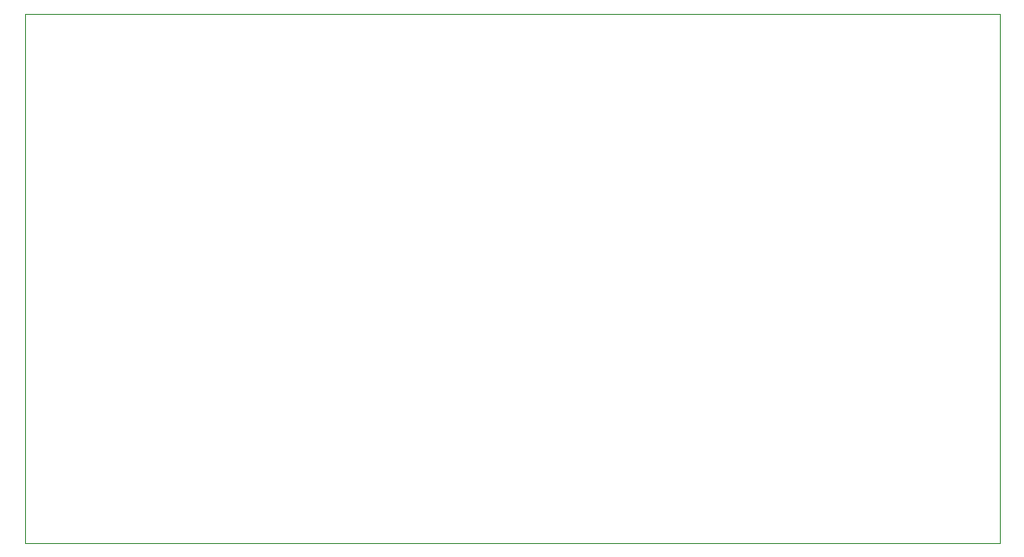
<source format=gbr>
%TF.GenerationSoftware,KiCad,Pcbnew,5.1.9-73d0e3b20d~88~ubuntu20.04.1*%
%TF.CreationDate,2021-01-27T17:21:27-06:00*%
%TF.ProjectId,ProtoPCBs,50726f74-6f50-4434-9273-2e6b69636164,rev?*%
%TF.SameCoordinates,Original*%
%TF.FileFunction,Profile,NP*%
%FSLAX46Y46*%
G04 Gerber Fmt 4.6, Leading zero omitted, Abs format (unit mm)*
G04 Created by KiCad (PCBNEW 5.1.9-73d0e3b20d~88~ubuntu20.04.1) date 2021-01-27 17:21:27*
%MOMM*%
%LPD*%
G01*
G04 APERTURE LIST*
%TA.AperFunction,Profile*%
%ADD10C,0.050000*%
%TD*%
%TA.AperFunction,Profile*%
%ADD11C,0.100000*%
%TD*%
G04 APERTURE END LIST*
D10*
X147320000Y-104140000D02*
X236220000Y-104140000D01*
X147320000Y-55880000D02*
X147320000Y-104140000D01*
X236220000Y-55880000D02*
X147320000Y-55880000D01*
D11*
X236220000Y-55880000D02*
X236220000Y-104140000D01*
M02*

</source>
